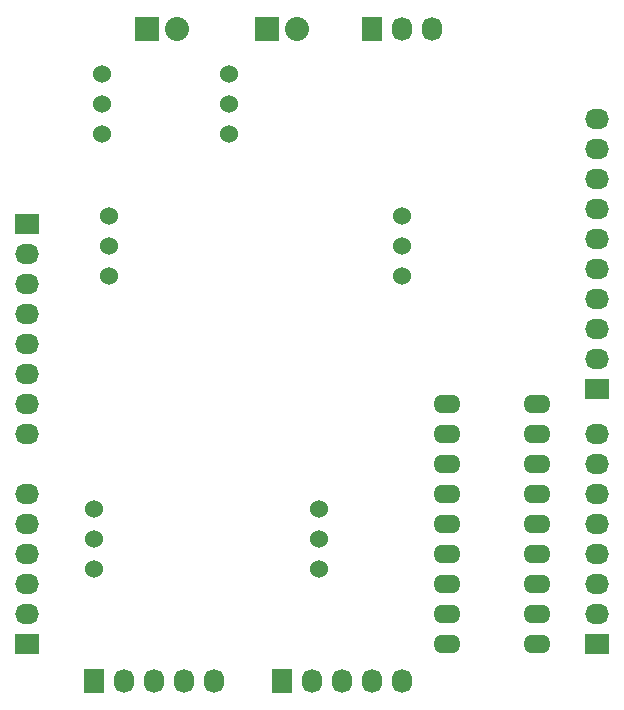
<source format=gbs>
G04 #@! TF.FileFunction,Soldermask,Bot*
%FSLAX45Y45*%
G04 Gerber Fmt 4.5, Leading zero omitted, Abs format (unit mm)*
G04 Created by KiCad (PCBNEW (2016-02-11 BZR 6551)-product) date Friday, February 12, 2016 'PMt' 09:01:30 PM*
%MOMM*%
G01*
G04 APERTURE LIST*
%ADD10C,0.100000*%
%ADD11R,2.032000X1.727200*%
%ADD12O,2.032000X1.727200*%
%ADD13R,1.727200X2.032000*%
%ADD14O,1.727200X2.032000*%
%ADD15C,1.524000*%
%ADD16R,2.032000X2.032000*%
%ADD17O,2.032000X2.032000*%
%ADD18O,2.300000X1.600000*%
G04 APERTURE END LIST*
D10*
D11*
X18796000Y-13589000D03*
D12*
X18796000Y-13335000D03*
X18796000Y-13081000D03*
X18796000Y-12827000D03*
X18796000Y-12573000D03*
X18796000Y-12319000D03*
D11*
X23622000Y-11430000D03*
D12*
X23622000Y-11176000D03*
X23622000Y-10922000D03*
X23622000Y-10668000D03*
X23622000Y-10414000D03*
X23622000Y-10160000D03*
X23622000Y-9906000D03*
X23622000Y-9652000D03*
X23622000Y-9398000D03*
X23622000Y-9144000D03*
D11*
X23622000Y-13589000D03*
D12*
X23622000Y-13335000D03*
X23622000Y-13081000D03*
X23622000Y-12827000D03*
X23622000Y-12573000D03*
X23622000Y-12319000D03*
X23622000Y-12065000D03*
X23622000Y-11811000D03*
D13*
X19367500Y-13906500D03*
D14*
X19621500Y-13906500D03*
X19875500Y-13906500D03*
X20129500Y-13906500D03*
X20383500Y-13906500D03*
D13*
X20955000Y-13906500D03*
D14*
X21209000Y-13906500D03*
X21463000Y-13906500D03*
X21717000Y-13906500D03*
X21971000Y-13906500D03*
D13*
X21717000Y-8382000D03*
D14*
X21971000Y-8382000D03*
X22225000Y-8382000D03*
D11*
X18796000Y-10033000D03*
D12*
X18796000Y-10287000D03*
X18796000Y-10541000D03*
X18796000Y-10795000D03*
X18796000Y-11049000D03*
X18796000Y-11303000D03*
X18796000Y-11557000D03*
X18796000Y-11811000D03*
D15*
X19431000Y-9017000D03*
X19431000Y-9271000D03*
X19431000Y-8763000D03*
X20510500Y-9017000D03*
X20510500Y-9271000D03*
X20510500Y-8763000D03*
X19367500Y-12700000D03*
X19367500Y-12446000D03*
X19367500Y-12954000D03*
X21272500Y-12700000D03*
X21272500Y-12446000D03*
X21272500Y-12954000D03*
X19494500Y-10223500D03*
X19494500Y-9969500D03*
X19494500Y-10477500D03*
X21971000Y-10223500D03*
X21971000Y-9969500D03*
X21971000Y-10477500D03*
D16*
X19812000Y-8382000D03*
D17*
X20066000Y-8382000D03*
D16*
X20828000Y-8382000D03*
D17*
X21082000Y-8382000D03*
D18*
X22352000Y-11557000D03*
X22352000Y-11811000D03*
X22352000Y-12065000D03*
X22352000Y-12319000D03*
X22352000Y-12573000D03*
X22352000Y-12827000D03*
X22352000Y-13081000D03*
X22352000Y-13335000D03*
X22352000Y-13589000D03*
X23114000Y-13589000D03*
X23114000Y-13335000D03*
X23114000Y-13081000D03*
X23114000Y-12827000D03*
X23114000Y-12573000D03*
X23114000Y-12319000D03*
X23114000Y-12065000D03*
X23114000Y-11811000D03*
X23114000Y-11557000D03*
M02*

</source>
